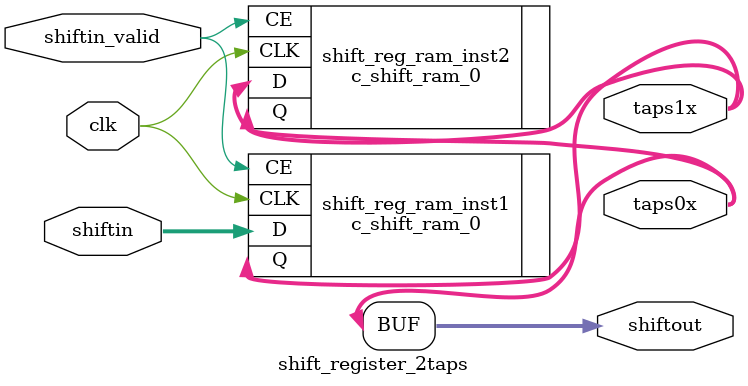
<source format=v>

module shift_register_2taps
#(
  parameter DATA_WIDTH = 8
)
(
  input                   clk,
  input  [DATA_WIDTH-1:0] shiftin,
  input                   shiftin_valid,

  output [DATA_WIDTH-1:0] shiftout,
  output [DATA_WIDTH-1:0] taps1x,
  output [DATA_WIDTH-1:0] taps0x
);

assign shiftout = taps0x;

c_shift_ram_0 shift_reg_ram_inst1 (
  .D   (shiftin       ),// input wire [7 : 0] D
  .CLK (clk           ),// input wire CLK
  .CE  (shiftin_valid ),// input wire CE
  .Q   (taps1x        ) // output wire [7 : 0] Q
);

c_shift_ram_0 shift_reg_ram_inst2 (
  .D  (taps1x        ),// input wire [7 : 0] D
  .CLK(clk           ),// input wire CLK
  .CE (shiftin_valid ),// input wire CE
  .Q  (taps0x        ) // output wire [7 : 0] Q
);

endmodule

</source>
